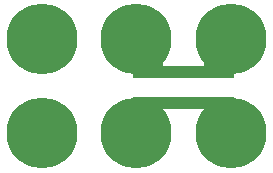
<source format=gtl>
%TF.GenerationSoftware,KiCad,Pcbnew,4.0.5-e0-6337~49~ubuntu16.04.1*%
%TF.CreationDate,2017-05-28T07:38:04-07:00*%
%TF.ProjectId,2x3-Push-Terminal-3mm-Pitch-SMT,3278332D507573682D5465726D696E61,v1.1*%
%TF.FileFunction,Copper,L1,Top,Signal*%
%FSLAX46Y46*%
G04 Gerber Fmt 4.6, Leading zero omitted, Abs format (unit mm)*
G04 Created by KiCad (PCBNEW 4.0.5-e0-6337~49~ubuntu16.04.1) date Sun May 28 07:38:04 2017*
%MOMM*%
%LPD*%
G01*
G04 APERTURE LIST*
%ADD10C,0.350000*%
%ADD11C,1.000000*%
%ADD12R,2.500000X1.400000*%
%ADD13C,6.000000*%
%ADD14C,0.762000*%
%ADD15C,0.350000*%
%ADD16C,0.330200*%
G04 APERTURE END LIST*
D10*
D11*
X12605500Y-28711500D02*
X18605500Y-28711500D01*
X12605500Y-31311500D02*
X18605500Y-31311500D01*
D12*
X12605500Y-28511500D03*
X12605500Y-31511500D03*
X18605500Y-28511500D03*
X18605500Y-31511500D03*
D13*
X3605500Y-33911500D03*
X3605500Y-25911500D03*
X19605500Y-25911500D03*
X19605500Y-33911500D03*
X11605500Y-25911500D03*
X11605500Y-33911500D03*
D14*
X15605500Y-28711500D03*
X15605500Y-31311500D03*
D15*
X3605500Y-33911500D03*
X3605500Y-25911500D03*
X19605500Y-25911500D03*
X19605500Y-33911500D03*
X11605500Y-25911500D03*
X11605500Y-33911500D03*
D16*
X15605500Y-28711500D03*
X15605500Y-31311500D03*
M02*

</source>
